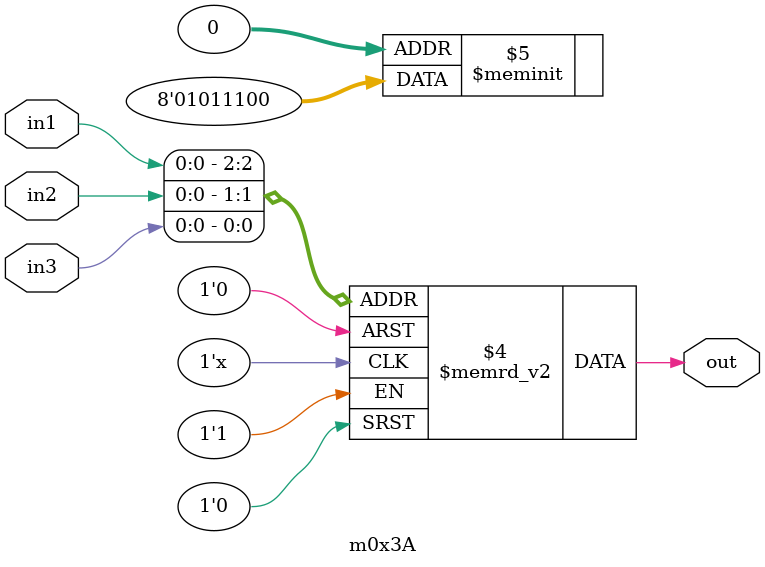
<source format=v>
module m0x3A(output out, input in1, in2, in3);

   always @(in1, in2, in3)
     begin
        case({in1, in2, in3})
          3'b000: {out} = 1'b0;
          3'b001: {out} = 1'b0;
          3'b010: {out} = 1'b1;
          3'b011: {out} = 1'b1;
          3'b100: {out} = 1'b1;
          3'b101: {out} = 1'b0;
          3'b110: {out} = 1'b1;
          3'b111: {out} = 1'b0;
        endcase // case ({in1, in2, in3})
     end // always @ (in1, in2, in3)

endmodule // m0x3A
</source>
